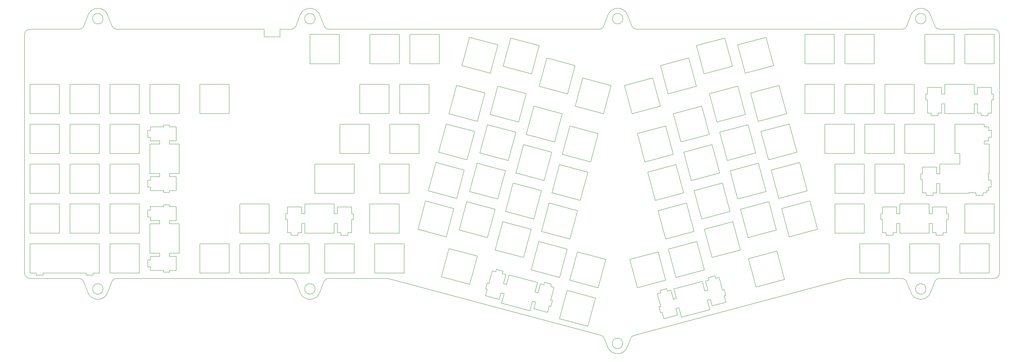
<source format=gbr>
%TF.GenerationSoftware,KiCad,Pcbnew,(5.1.10)-1*%
%TF.CreationDate,2021-06-29T19:18:25-07:00*%
%TF.ProjectId,HSC_Alice_plate,4853435f-416c-4696-9365-5f706c617465,rev?*%
%TF.SameCoordinates,Original*%
%TF.FileFunction,Profile,NP*%
%FSLAX46Y46*%
G04 Gerber Fmt 4.6, Leading zero omitted, Abs format (unit mm)*
G04 Created by KiCad (PCBNEW (5.1.10)-1) date 2021-06-29 19:18:25*
%MOMM*%
%LPD*%
G01*
G04 APERTURE LIST*
%TA.AperFunction,Profile*%
%ADD10C,0.200000*%
%TD*%
G04 APERTURE END LIST*
D10*
X375474599Y-105079800D02*
X375474599Y-104622600D01*
X199900862Y-172927359D02*
X98571600Y-145754800D01*
X212589041Y-178403575D02*
X214028750Y-174546550D01*
X156229624Y-144067325D02*
X169752157Y-147691040D01*
X361438241Y-26628339D02*
X387386614Y-26623700D01*
X-48851787Y-145754800D02*
G75*
G02*
X-46527893Y-147333109I0J-2500000D01*
G01*
X67870467Y-147380547D02*
G75*
G02*
X70212620Y-145754800I2342153J-874253D01*
G01*
X203241074Y-19961673D02*
X201359445Y-25002618D01*
X317373600Y-145754800D02*
X343325087Y-145754800D01*
X357096125Y-152413951D02*
X358974939Y-147380546D01*
X354880099Y-21623492D02*
G75*
G03*
X354880099Y-21623492I-2500000J0D01*
G01*
X-35078437Y-152419782D02*
X-33197446Y-147380546D01*
X47049621Y-26628365D02*
X52334283Y-26628365D01*
X347664074Y-19962423D02*
X345782725Y-25002618D01*
X212673484Y-19962694D02*
X214691207Y-25050056D01*
X358974939Y-147380547D02*
G75*
G02*
X361317092Y-145754800I2342153J-874253D01*
G01*
X361438241Y-26628339D02*
G75*
G02*
X359113899Y-25050030I-447J2500000D01*
G01*
X39483620Y-26628469D02*
X-30738833Y-26628469D01*
X56557065Y-152418761D02*
X54540021Y-147333109D01*
X203241074Y-19961673D02*
G75*
G02*
X212673484Y-19962694I4716025J-1664983D01*
G01*
X-72203435Y-26630000D02*
X-48732608Y-26630000D01*
X347663714Y-152412930D02*
X345648982Y-147333109D01*
X357096484Y-19963443D02*
X359113899Y-25050030D01*
X347664074Y-19962422D02*
G75*
G02*
X357096484Y-19963443I4716025J-1664983D01*
G01*
X343325087Y-145754800D02*
G75*
G02*
X345648982Y-147333109I0J-2500000D01*
G01*
X65989476Y-152419784D02*
G75*
G02*
X56557065Y-152418761I-4716025J1664984D01*
G01*
X65988203Y-19968781D02*
X68003512Y-25050056D01*
X-35078437Y-152419784D02*
G75*
G02*
X-44510848Y-152418761I-4716025J1664984D01*
G01*
X54676436Y-25002618D02*
G75*
G02*
X52334283Y-26628365I-2342153J874253D01*
G01*
X203156631Y-178402554D02*
X201577232Y-174420355D01*
X345782725Y-25002618D02*
G75*
G02*
X343440572Y-26628365I-2342153J874253D01*
G01*
X212589041Y-178403575D02*
G75*
G02*
X203156631Y-178402554I-4716025J1664983D01*
G01*
X-35078077Y-19968781D02*
X-33062727Y-25050160D01*
X387386600Y-145754800D02*
X361317092Y-145754800D01*
X56555793Y-19967760D02*
X54676436Y-25002618D01*
X217015101Y-26628365D02*
G75*
G02*
X214691207Y-25050056I0J2500000D01*
G01*
X210373016Y-176738592D02*
G75*
G03*
X210373016Y-176738592I-2500000J0D01*
G01*
X201359445Y-25002618D02*
G75*
G02*
X199017292Y-26628365I-2342153J874253D01*
G01*
X56555793Y-19967760D02*
G75*
G02*
X65988203Y-19968781I4716025J-1664983D01*
G01*
X-44510848Y-152418761D02*
X-46527893Y-147333109D01*
X-33197446Y-147380547D02*
G75*
G02*
X-30855293Y-145754800I2342153J-874253D01*
G01*
X52216126Y-145754800D02*
G75*
G02*
X54540021Y-147333109I0J-2500000D01*
G01*
X199900862Y-172927359D02*
G75*
G02*
X201577232Y-174420355I-647525J-2414687D01*
G01*
X70327406Y-26628365D02*
G75*
G02*
X68003512Y-25050056I0J2500000D01*
G01*
X354880100Y-150748968D02*
G75*
G03*
X354880100Y-150748968I-2500000J0D01*
G01*
X214028750Y-174546550D02*
G75*
G02*
X215723540Y-173006073I2342153J-874253D01*
G01*
X-44510488Y-19967760D02*
X-46390454Y-25004253D01*
X357096125Y-152413951D02*
G75*
G02*
X347663714Y-152412930I-4716025J1664983D01*
G01*
X-44510487Y-19967760D02*
G75*
G02*
X-35078077Y-19968781I4716025J-1664983D01*
G01*
X65989476Y-152419782D02*
X67870467Y-147380546D01*
X-46390455Y-25004253D02*
G75*
G02*
X-48732608Y-26630000I-2342153J874253D01*
G01*
X-30738833Y-26628469D02*
G75*
G02*
X-33062727Y-25050160I0J2500000D01*
G01*
X70327406Y-26628365D02*
X199017292Y-26628365D01*
X217015101Y-26628365D02*
X343440572Y-26628365D01*
X76089750Y-125099549D02*
X79390249Y-125099549D01*
X58840950Y-114830549D02*
X57315550Y-114830549D01*
X55590150Y-123900849D02*
X57315550Y-123900849D01*
X74366050Y-111600549D02*
X74366050Y-114830549D01*
X210457099Y-21622742D02*
G75*
G03*
X210457099Y-21622742I-2500000J0D01*
G01*
X63771818Y-21628829D02*
G75*
G03*
X63771818Y-21628829I-2500000J0D01*
G01*
X-37294462Y-21628829D02*
G75*
G03*
X-37294462Y-21628829I-2500000J0D01*
G01*
X58840950Y-119430449D02*
X58840950Y-124129449D01*
X389886600Y-143254800D02*
G75*
G02*
X387386600Y-145754800I-2500000J0D01*
G01*
X-30855293Y-145754800D02*
X52216126Y-145754800D01*
X385979211Y-78308806D02*
X385989893Y-75008323D01*
X-72203400Y-145754800D02*
X-48851787Y-145754800D01*
X79390250Y-123900849D02*
X81115349Y-123900849D01*
X49740350Y-114830549D02*
X49740349Y-117630550D01*
X72840250Y-110130149D02*
X58840600Y-110129799D01*
X383749349Y-103808400D02*
X384697913Y-103828693D01*
X52289550Y-125099549D02*
X55590150Y-125099549D01*
X385989893Y-75008323D02*
X384791199Y-75004444D01*
X-72203400Y-145754800D02*
G75*
G02*
X-74703400Y-143254800I0J2500000D01*
G01*
X72840250Y-124129449D02*
X72840250Y-119430450D01*
X72840250Y-119430450D02*
X74366050Y-119430450D01*
X57315550Y-114830549D02*
X57315550Y-111600549D01*
X72840250Y-114830549D02*
X72840250Y-110130150D01*
X50565850Y-114830549D02*
X49740350Y-114830549D01*
X375474599Y-104622600D02*
X376997461Y-104629276D01*
X-37294462Y-150754800D02*
G75*
G03*
X-37294462Y-150754800I-2500000J0D01*
G01*
X384703491Y-102105002D02*
X385902185Y-102108881D01*
X384697913Y-103828693D02*
X384703491Y-102105002D01*
X81939450Y-117630550D02*
X81939450Y-114830549D01*
X58840950Y-110130150D02*
X58840950Y-114830549D01*
X384791199Y-75004444D02*
X384796757Y-73287099D01*
X79390249Y-125099549D02*
X79390250Y-123900849D01*
X74366050Y-119430450D02*
X74366050Y-123900849D01*
X384780517Y-78304927D02*
X385979211Y-78308806D01*
X384719757Y-97079028D02*
X384569249Y-97078541D01*
X385912867Y-98808299D02*
X384714173Y-98804419D01*
X57315550Y-123900849D02*
X57315550Y-119430450D01*
X385902185Y-102108881D02*
X385912867Y-98808299D01*
X81115350Y-114830549D02*
X81115349Y-111600549D01*
X72840250Y-124129449D02*
X58840650Y-124129449D01*
X81939450Y-114830549D02*
X81115350Y-114830549D01*
X81115349Y-117630550D02*
X81939450Y-117630550D01*
X63773451Y-150754800D02*
G75*
G03*
X63773451Y-150754800I-2500000J0D01*
G01*
X55590150Y-125099549D02*
X55590150Y-123900849D01*
X50565849Y-111600549D02*
X50565850Y-114830549D01*
X74366050Y-114830549D02*
X72840250Y-114830549D01*
X74366050Y-123900849D02*
X76089750Y-123900849D01*
X387386615Y-26623700D02*
G75*
G02*
X389886600Y-29123700I-15J-2500000D01*
G01*
X-74703400Y-29130001D02*
G75*
G02*
X-72203435Y-26630000I2500000J1D01*
G01*
X98571600Y-145754800D02*
X70212620Y-145754800D01*
X384774939Y-80028618D02*
X384780517Y-78304927D01*
X81115349Y-111600549D02*
X74366050Y-111600549D01*
X384998600Y-81555150D02*
X382618600Y-81555150D01*
X384714173Y-98804419D02*
X384719757Y-97079028D01*
X57315550Y-119430450D02*
X58840950Y-119430449D01*
X57315550Y-111600549D02*
X50565849Y-111600549D01*
X81115349Y-123900849D02*
X81115349Y-117630550D01*
X52289550Y-123900849D02*
X52289550Y-125099549D01*
X76089750Y-123900849D02*
X76089750Y-125099549D01*
X317373600Y-145754800D02*
X215723540Y-173006073D01*
X49740349Y-117630550D02*
X50565849Y-117630550D01*
X50565849Y-117630550D02*
X50565849Y-123900849D01*
X50565849Y-123900849D02*
X52289550Y-123900849D01*
X361474949Y-95780550D02*
X359949549Y-95780550D01*
X384569249Y-97078541D02*
X384573449Y-95554800D01*
X379382199Y-57681049D02*
X377856399Y-57681049D01*
X379382199Y-66751349D02*
X381105899Y-66751350D01*
X377856399Y-62280950D02*
X379382199Y-62280950D01*
X377856749Y-52980300D02*
X363856749Y-52980300D01*
X386131499Y-60481050D02*
X386955599Y-60481050D01*
X378723749Y-106049549D02*
X382024249Y-106049550D01*
X386131499Y-57681049D02*
X386131499Y-54451050D01*
X386955599Y-57681049D02*
X386131499Y-57681049D01*
X386955599Y-60481050D02*
X386955599Y-57681049D01*
X384406399Y-66751350D02*
X386131499Y-66751349D01*
X363857099Y-62280950D02*
X363857099Y-66979949D01*
X360606299Y-66751350D02*
X362331699Y-66751350D01*
X357305699Y-67950050D02*
X360606299Y-67950050D01*
X354756499Y-60481050D02*
X355581999Y-60481050D01*
X359949549Y-95780550D02*
X359949549Y-92550550D01*
X353199849Y-95780550D02*
X352374349Y-95780550D01*
X379382199Y-54451050D02*
X379382199Y-57681049D01*
X353199849Y-92550550D02*
X353199849Y-95780550D01*
X362331699Y-62280950D02*
X363857099Y-62280950D01*
X357305699Y-66751350D02*
X357305699Y-67950050D01*
X378723749Y-104850850D02*
X378723749Y-106049549D01*
X381105899Y-66751350D02*
X381105899Y-67950049D01*
X377856399Y-57681049D02*
X377856400Y-52980650D01*
X384573449Y-95554800D02*
X385000200Y-95554450D01*
X382024249Y-106049550D02*
X382024249Y-104850850D01*
X362331699Y-66751350D02*
X362331699Y-62280950D01*
X389886600Y-29123700D02*
X389886600Y-143254800D01*
X382618600Y-72029800D02*
X382618600Y-73280050D01*
X-74703400Y-143254800D02*
X-74703400Y-29130000D01*
X386131499Y-66751349D02*
X386131499Y-60481050D01*
X379382199Y-62280950D02*
X379382199Y-66751349D01*
X377856400Y-66979949D02*
X377856399Y-62280950D01*
X354756499Y-57681049D02*
X354756499Y-60481050D01*
X355581999Y-57681049D02*
X354756499Y-57681049D01*
X355581999Y-54451050D02*
X355581999Y-57681049D01*
X384796757Y-73287099D02*
X382618600Y-73280050D01*
X361474949Y-91080150D02*
X361474949Y-95780550D01*
X382024249Y-104850850D02*
X383749349Y-104850850D01*
X363857099Y-52980650D02*
X363857099Y-57681049D01*
X381105899Y-67950049D02*
X384406399Y-67950050D01*
X360606299Y-67950050D02*
X360606299Y-66751350D01*
X382618600Y-80029750D02*
X384774939Y-80028618D01*
X352374349Y-95780550D02*
X352374349Y-98580550D01*
X359949549Y-92550550D02*
X353199849Y-92550550D01*
X362331699Y-54451050D02*
X355581999Y-54451050D01*
X355581999Y-66751350D02*
X357305699Y-66751350D01*
X355581999Y-60481050D02*
X355581999Y-66751350D01*
X362331699Y-57681049D02*
X362331699Y-54451050D01*
X363857099Y-57681049D02*
X362331699Y-57681049D01*
X386131499Y-54451050D02*
X379382199Y-54451050D01*
X384406399Y-67950050D02*
X384406399Y-66751350D01*
X383749349Y-104850850D02*
X383749349Y-103808400D01*
X334149849Y-117630550D02*
X334149849Y-123900850D01*
X237142815Y-159745517D02*
X238352076Y-164287702D01*
X229977228Y-164995712D02*
X236499348Y-163259334D01*
X356424250Y-110130150D02*
X342424949Y-110130150D01*
X228349892Y-162086447D02*
X229146253Y-161874433D01*
X339174149Y-125099549D02*
X339174149Y-123900849D01*
X335873549Y-123900849D02*
X335873549Y-125099550D01*
X340899549Y-123900850D02*
X340899549Y-119430450D01*
X252975931Y-158872791D02*
X259498437Y-157136311D01*
X251880162Y-160686134D02*
X250670900Y-156143948D01*
X357950049Y-123900849D02*
X359673749Y-123900850D01*
X258667462Y-154015032D02*
X259465176Y-153802657D01*
X334149849Y-111600550D02*
X334149849Y-114830549D01*
X365523449Y-117630550D02*
X365523449Y-114830549D01*
X250670900Y-156143948D02*
X252144956Y-155751512D01*
X377000049Y-104850850D02*
X378723749Y-104850850D01*
X376997461Y-104629276D02*
X377000049Y-104850850D01*
X356424250Y-124129449D02*
X356424249Y-119430450D01*
X259465176Y-153802657D02*
X258744826Y-151096905D01*
X361474949Y-100380450D02*
X361474950Y-105079450D01*
X357950049Y-119430450D02*
X357950049Y-123900849D01*
X359949549Y-100380450D02*
X361474949Y-100380450D01*
X356424249Y-114830549D02*
X356424250Y-110130150D01*
X252144956Y-155751512D02*
X252975931Y-158872791D01*
X229146253Y-161874433D02*
X229977228Y-164995712D01*
X358224149Y-106049550D02*
X358224149Y-104850850D01*
X235668373Y-160138056D02*
X237142815Y-159745517D01*
X359949549Y-104850850D02*
X359949549Y-100380450D01*
X358224149Y-104850850D02*
X359949549Y-104850850D01*
X354923549Y-106049550D02*
X358224149Y-106049550D01*
X356424250Y-124129449D02*
X342424649Y-124129449D01*
X234750508Y-150759616D02*
X248278593Y-147158048D01*
X354923549Y-104850850D02*
X354923549Y-106049550D01*
X340899549Y-111600550D02*
X334149849Y-111600550D01*
X353199849Y-104850850D02*
X354923549Y-104850850D01*
X353199849Y-98580550D02*
X353199849Y-104850850D01*
X359673749Y-125099549D02*
X362974249Y-125099549D01*
X362974249Y-123900849D02*
X364699349Y-123900849D01*
X364699349Y-123900849D02*
X364699349Y-117630550D01*
X364699349Y-111600550D02*
X357950049Y-111600549D01*
X357950049Y-114830549D02*
X356424249Y-114830549D01*
X357950049Y-111600549D02*
X357950049Y-114830549D01*
X340899549Y-119430450D02*
X342424949Y-119430450D01*
X352374349Y-98580550D02*
X353199849Y-98580550D01*
X333324350Y-114830549D02*
X333324349Y-117630550D01*
X334149849Y-114830549D02*
X333324350Y-114830549D01*
X342424949Y-110130150D02*
X342424949Y-114830549D01*
X238352076Y-164287702D02*
X251880162Y-160686134D01*
X236499348Y-163259334D02*
X235668373Y-160138056D01*
X364699349Y-117630550D02*
X365523449Y-117630550D01*
X340899549Y-114830549D02*
X340899549Y-111600550D01*
X259498437Y-157136311D02*
X258667462Y-154015032D01*
X362974249Y-125099549D02*
X362974249Y-123900849D01*
X365523449Y-114830549D02*
X364699349Y-114830549D01*
X359673749Y-123900850D02*
X359673749Y-125099549D01*
X364699349Y-114830549D02*
X364699349Y-111600550D01*
X333324349Y-117630550D02*
X334149849Y-117630550D01*
X342424949Y-114830549D02*
X340899549Y-114830549D01*
X356424249Y-119430450D02*
X357950049Y-119430450D01*
X335873549Y-125099550D02*
X339174149Y-125099549D01*
X342424949Y-119430450D02*
X342424950Y-124129449D01*
X339174149Y-123900849D02*
X340899549Y-123900850D01*
X334149849Y-123900850D02*
X335873549Y-123900849D01*
X155013681Y-148606640D02*
X153539872Y-148211733D01*
X153539872Y-148211733D02*
X154696896Y-143893659D01*
X176021158Y-149607477D02*
X176331404Y-148449622D01*
X254359899Y-144535137D02*
X251170397Y-145384275D01*
X177686124Y-150053604D02*
X176021158Y-149607477D01*
X153342176Y-142289677D02*
X150154138Y-141435445D01*
X154696896Y-143893659D02*
X153031930Y-143447532D01*
X227629543Y-159380695D02*
X228349892Y-162086447D01*
X172833023Y-148753219D02*
X171166415Y-148306653D01*
X149843892Y-142593300D02*
X148177573Y-142146811D01*
X228425903Y-159168680D02*
X227629543Y-159380695D01*
X144994021Y-154027989D02*
X151513344Y-155774836D01*
X226812758Y-153109438D02*
X228425903Y-159168680D01*
X249487495Y-151698880D02*
X248278593Y-147158048D01*
X174502572Y-161934781D02*
X175338558Y-158814841D01*
X-45354100Y-144150350D02*
X-42053600Y-144150350D01*
X145758680Y-147990163D02*
X145033987Y-150694756D01*
X-65853700Y-144150350D02*
X-65853700Y-143179800D01*
X228479791Y-152665625D02*
X226812758Y-153109438D01*
X228171404Y-151507273D02*
X228479791Y-152665625D01*
X145830007Y-150908048D02*
X144994021Y-154027989D01*
X254668286Y-145693489D02*
X254359899Y-144535137D01*
X171166415Y-148306653D02*
X170009390Y-152624728D01*
X170009390Y-152624728D02*
X168535967Y-152229925D01*
X231360810Y-150658161D02*
X228171404Y-151507273D01*
X231669197Y-151816513D02*
X231360810Y-150658161D01*
X233334877Y-151373061D02*
X231669197Y-151816513D01*
X234484967Y-155692988D02*
X233334877Y-151373061D01*
X235959409Y-155300448D02*
X234484967Y-155692988D01*
X234750508Y-150759616D02*
X235959409Y-155300448D01*
X250961550Y-151306444D02*
X249487495Y-151698880D01*
X258744826Y-151096905D02*
X257947112Y-151309279D01*
X168818848Y-157067890D02*
X167982863Y-160187830D01*
X167345763Y-156673178D02*
X168818848Y-157067890D01*
X168535967Y-152229925D02*
X169752157Y-147691040D01*
X-45354100Y-143179800D02*
X-45354100Y-144150350D01*
X-5679151Y-110554550D02*
X-8479151Y-110554550D01*
X152349330Y-152654896D02*
X153823139Y-153049802D01*
X176860623Y-156323904D02*
X176063251Y-156110248D01*
X-69154300Y-144150350D02*
X-65853700Y-144150350D01*
X176331404Y-148449622D02*
X173143269Y-147595364D01*
X256333966Y-145250037D02*
X254668286Y-145693489D01*
X257947112Y-151309279D02*
X256333966Y-145250037D01*
X148177573Y-142146811D02*
X146554700Y-148203456D01*
X152606586Y-157590040D02*
X166129119Y-161213754D01*
X-69154300Y-143179800D02*
X-69154300Y-144150350D01*
X-39078400Y-129179800D02*
X-72128401Y-129179800D01*
X249811460Y-146986517D02*
X250961550Y-151306444D01*
X-42053600Y-144150350D02*
X-42053600Y-143179800D01*
X251170397Y-145384275D02*
X251478783Y-146542627D01*
X167982863Y-160187830D02*
X174502572Y-161934781D01*
X176135929Y-159028496D02*
X176860623Y-156323904D01*
X153823139Y-153049802D02*
X152606586Y-157590040D01*
X-14978051Y-133654450D02*
X-14978051Y-119654850D01*
X175338558Y-158814841D02*
X176135929Y-159028496D01*
X151513344Y-155774836D02*
X152349330Y-152654896D01*
X176063251Y-156110248D02*
X177686124Y-150053604D01*
X251478783Y-146542627D02*
X249811460Y-146986517D01*
X173143269Y-147595364D02*
X172833023Y-148753219D01*
X153031930Y-143447532D02*
X153342176Y-142289677D01*
X145033987Y-150694756D02*
X145830007Y-150908048D01*
X146554700Y-148203456D02*
X145758680Y-147990163D01*
X150154138Y-141435445D02*
X149843892Y-142593300D01*
X41884600Y-129179800D02*
X27884600Y-129179800D01*
X27884600Y-143179800D02*
X41884600Y-143179800D01*
X22834600Y-143179800D02*
X22834600Y-129179800D01*
X-34028400Y-129179800D02*
X-34028400Y-143179800D01*
X8834600Y-129179800D02*
X8834600Y-143179800D01*
X22834600Y-129179800D02*
X8834600Y-129179800D01*
X-58128401Y-110129800D02*
X-72128401Y-110129800D01*
X8834600Y-143179800D02*
X22834600Y-143179800D01*
X-72128401Y-124129800D02*
X-58128401Y-124129800D01*
X-20028400Y-143179800D02*
X-20028400Y-129179800D01*
X-20028400Y-129179800D02*
X-34028400Y-129179800D01*
X-72128401Y-143179800D02*
X-69154300Y-143179800D01*
X-34028400Y-143179800D02*
X-20028400Y-143179800D01*
X-72128401Y-110129800D02*
X-72128401Y-124129800D01*
X-39078400Y-143179800D02*
X-39078400Y-129179800D01*
X-42053600Y-143179800D02*
X-39078400Y-143179800D01*
X-65853700Y-143179800D02*
X-45354100Y-143179800D01*
X-72128401Y-129179800D02*
X-72128401Y-143179800D01*
X-58128401Y-124129800D02*
X-58128401Y-110129800D01*
X-53078400Y-52979500D02*
X-53078400Y-66979499D01*
X-34028400Y-86029800D02*
X-20028400Y-86029800D01*
X8834600Y-52979500D02*
X8834600Y-66979499D01*
X-58128401Y-66979499D02*
X-58128400Y-52979499D01*
X-978400Y-66979499D02*
X-978400Y-52979500D01*
X-39078400Y-124129800D02*
X-39078400Y-110129800D01*
X-53078400Y-110129800D02*
X-53078400Y-124129800D01*
X-39078400Y-110129800D02*
X-53078400Y-110129800D01*
X-53078400Y-124129800D02*
X-39078400Y-124129800D01*
X-39078400Y-86029800D02*
X-39078400Y-72029800D01*
X-53078400Y-105079800D02*
X-39078400Y-105079800D01*
X-58128401Y-72029800D02*
X-72128401Y-72029800D01*
X-72128401Y-86029800D02*
X-58128401Y-86029800D01*
X-34028400Y-66979499D02*
X-20028400Y-66979499D01*
X39490599Y-30211100D02*
X39484599Y-30192199D01*
X-20028400Y-124129800D02*
X-20028400Y-110129800D01*
X-34028400Y-124129800D02*
X-20028400Y-124129800D01*
X-34028400Y-91079800D02*
X-34028400Y-105079800D01*
X-20028400Y-91079800D02*
X-34028400Y-91079800D01*
X-34028400Y-105079800D02*
X-20028400Y-105079800D01*
X-39078400Y-105079800D02*
X-39078400Y-91079800D01*
X-53078400Y-91079800D02*
X-53078400Y-105079800D01*
X-58128401Y-105079800D02*
X-58128401Y-91079800D01*
X-72128400Y-52979499D02*
X-72128401Y-66979499D01*
X-20028400Y-72029800D02*
X-34028400Y-72029800D01*
X22834600Y-52979500D02*
X8834600Y-52979500D01*
X-53078400Y-86029800D02*
X-39078400Y-86029800D01*
X-72128401Y-91079800D02*
X-72128401Y-105079800D01*
X-58128401Y-91079800D02*
X-72128401Y-91079800D01*
X-58128401Y-86029800D02*
X-58128401Y-72029800D01*
X-53078400Y-72029800D02*
X-53078400Y-86029800D01*
X-20028400Y-66979499D02*
X-20028400Y-52979500D01*
X22834600Y-66979499D02*
X22834600Y-52979500D01*
X-978400Y-52979500D02*
X-14978401Y-52979500D01*
X-39078400Y-66979499D02*
X-39078400Y-52979500D01*
X39483599Y-30167700D02*
X39483620Y-26628469D01*
X-72128401Y-66979499D02*
X-58128401Y-66979499D01*
X-58128400Y-52979499D02*
X-72128400Y-52979499D01*
X-14978401Y-66979499D02*
X-978400Y-66979499D01*
X-34028400Y-52979500D02*
X-34028400Y-66979499D01*
X-20028400Y-86029800D02*
X-20028400Y-72029800D01*
X8834600Y-66979499D02*
X22834600Y-66979499D01*
X-53078400Y-66979499D02*
X-39078400Y-66979499D01*
X39499599Y-30228400D02*
X39490599Y-30211100D01*
X-39078400Y-91079800D02*
X-53078400Y-91079800D01*
X-72128401Y-105079800D02*
X-58128401Y-105079800D01*
X-72128401Y-72029800D02*
X-72128401Y-86029800D01*
X-14978401Y-52979500D02*
X-14978401Y-66979499D01*
X39484599Y-30192199D02*
X39482600Y-30172600D01*
X39482600Y-30172600D02*
X39483599Y-30167700D01*
X-34028400Y-110129800D02*
X-34028400Y-124129800D01*
X-20028400Y-110129800D02*
X-34028400Y-110129800D01*
X-20028400Y-105079800D02*
X-20028400Y-91079800D01*
X-39078400Y-72029800D02*
X-53078400Y-72029800D01*
X-34028400Y-72029800D02*
X-34028400Y-86029800D01*
X-20028400Y-52979500D02*
X-34028400Y-52979500D01*
X-39078400Y-52979500D02*
X-53078400Y-52979500D01*
X47047599Y-30192199D02*
X47041600Y-30211100D01*
X47004600Y-30256100D02*
X46987600Y-30265399D01*
X39583599Y-30273100D02*
X39578599Y-30272600D01*
X39588599Y-30272600D02*
X39583599Y-30273100D01*
X46949600Y-30273100D02*
X46944600Y-30272600D01*
X39512600Y-30243700D02*
X39499599Y-30228400D01*
X39527600Y-30256100D02*
X39512600Y-30243700D01*
X39544599Y-30265399D02*
X39527600Y-30256100D01*
X39563599Y-30271200D02*
X39544599Y-30265399D01*
X39578599Y-30272600D02*
X39563599Y-30271200D01*
X46944600Y-30272600D02*
X39588599Y-30272600D01*
X46968600Y-30271200D02*
X46949600Y-30273100D01*
X46987600Y-30265399D02*
X46968600Y-30271200D01*
X47020599Y-30243700D02*
X47004600Y-30256100D01*
X47032600Y-30228400D02*
X47020599Y-30243700D01*
X47041600Y-30211100D02*
X47032600Y-30228400D01*
X47049600Y-30172600D02*
X47047599Y-30192199D01*
X47049621Y-26628365D02*
X47049600Y-30172600D01*
X-14749450Y-102104450D02*
X-14749450Y-103829550D01*
X-14978051Y-133654450D02*
X-10279051Y-133654450D01*
X-14749450Y-103829550D02*
X-8479151Y-103829550D01*
X-10279051Y-118129750D02*
X-10279051Y-119655150D01*
X-2449150Y-73280050D02*
X-5679151Y-73280050D01*
X-8479151Y-103829550D02*
X-8479151Y-104653650D01*
X-5679151Y-104653650D02*
X-5679151Y-103829550D01*
X-14749450Y-141929550D02*
X-8479151Y-141929550D01*
X-14749450Y-140204450D02*
X-14749450Y-141929550D01*
X-5679151Y-142753650D02*
X-5679151Y-141929550D01*
X-14749450Y-136903950D02*
X-15948151Y-136903950D01*
X-14749450Y-113103750D02*
X-15948151Y-113103750D01*
X-8479151Y-141929550D02*
X-8479151Y-142753650D01*
X-14749450Y-116404350D02*
X-14749450Y-118129750D01*
X-15948151Y-116404350D02*
X-14749450Y-116404350D01*
X-8479151Y-111380050D02*
X-14749450Y-111380050D01*
X-5679151Y-73280050D02*
X-5679151Y-72454550D01*
X-978750Y-81555150D02*
X-5679151Y-81555150D01*
X-2449150Y-97080250D02*
X-5679151Y-97080250D01*
X-2449150Y-103829550D02*
X-2449150Y-97080250D01*
X-14749450Y-97080250D02*
X-14749450Y-98803950D01*
X-14749450Y-98803950D02*
X-15948151Y-98803950D01*
X-8479151Y-110554550D02*
X-8479151Y-111380050D01*
X-10279051Y-133654450D02*
X-10279051Y-135180250D01*
X-5679151Y-111380050D02*
X-5679151Y-110554550D01*
X-5679151Y-119655150D02*
X-5679151Y-118129750D01*
X-978750Y-95554450D02*
X-978750Y-81555150D01*
X-15948151Y-113103750D02*
X-15948151Y-116404350D01*
X-5679151Y-135180250D02*
X-5679151Y-133654450D01*
X-15948151Y-136903950D02*
X-15948151Y-140204450D01*
X-5679151Y-95554450D02*
X-978750Y-95554450D01*
X-15948151Y-98803950D02*
X-15948151Y-102104450D01*
X-2449150Y-111380050D02*
X-5679151Y-111380050D01*
X-2449150Y-118129750D02*
X-2449150Y-111380050D01*
X-5679151Y-118129750D02*
X-2449150Y-118129750D01*
X-978750Y-119655150D02*
X-5679151Y-119655150D01*
X-10279051Y-119655150D02*
X-14978051Y-119655150D01*
X-14749450Y-118129750D02*
X-10279051Y-118129750D01*
X-978750Y-133654450D02*
X-978750Y-119655150D01*
X-5679151Y-133654450D02*
X-978750Y-133654450D01*
X-2449150Y-135180250D02*
X-5679151Y-135180250D01*
X-2449150Y-141929550D02*
X-2449150Y-135180250D01*
X-8479151Y-142753650D02*
X-5679151Y-142753650D01*
X-5679151Y-80029750D02*
X-2449150Y-80029750D01*
X-10279051Y-135180250D02*
X-14749450Y-135180250D01*
X-14749450Y-111380050D02*
X-14749450Y-113103750D01*
X-5679151Y-81555150D02*
X-5679151Y-80029750D01*
X-5679151Y-97080250D02*
X-5679151Y-95554450D01*
X-5679151Y-103829550D02*
X-2449150Y-103829550D01*
X-14978051Y-95554450D02*
X-14978051Y-81554850D01*
X-5679151Y-72454550D02*
X-8479151Y-72454550D01*
X-15948151Y-102104450D02*
X-14749450Y-102104450D01*
X-5679151Y-141929550D02*
X-2449150Y-141929550D01*
X-14749450Y-135180250D02*
X-14749450Y-136903950D01*
X-8479151Y-104653650D02*
X-5679151Y-104653650D01*
X-15948151Y-140204450D02*
X-14749450Y-140204450D01*
X-2449150Y-80029750D02*
X-2449150Y-73280050D01*
X256589100Y-75892694D02*
X260212566Y-89415655D01*
X281153100Y-93963694D02*
X284776566Y-107486655D01*
X230858528Y-146586189D02*
X227235061Y-133063227D01*
X217335566Y-150209655D02*
X230858528Y-146586189D01*
X245636061Y-128133227D02*
X232113100Y-131756694D01*
X273936566Y-149835655D02*
X287459528Y-146212189D01*
X257874061Y-100201227D02*
X244351100Y-103824694D01*
X-10279051Y-97080250D02*
X-14749450Y-97080250D01*
X-14749450Y-75003750D02*
X-15948151Y-75003750D01*
X261497528Y-113724189D02*
X257874061Y-100201227D01*
X-8479151Y-73280050D02*
X-14749450Y-73280050D01*
X261519100Y-94293694D02*
X265142566Y-107816655D01*
X222252100Y-94954694D02*
X225875566Y-108477655D01*
X232113100Y-131756694D02*
X235736566Y-145279655D01*
X283836061Y-132689227D02*
X270313100Y-136312694D01*
X287459528Y-146212189D02*
X283836061Y-132689227D01*
X266450100Y-112694694D02*
X270073566Y-126217655D01*
X227235061Y-133063227D02*
X213712100Y-136686694D01*
X275042061Y-90670227D02*
X261519100Y-94293694D01*
X278665528Y-104193189D02*
X275042061Y-90670227D01*
X240705061Y-109732227D02*
X227182100Y-113355694D01*
X239398528Y-104854189D02*
X235775061Y-91331227D01*
X-10279051Y-95554450D02*
X-10279051Y-97080250D01*
X-14978051Y-95554450D02*
X-10279051Y-95554450D01*
X-10279051Y-81555150D02*
X-14978051Y-81555150D01*
X-10279051Y-80029750D02*
X-10279051Y-81555150D01*
X244328528Y-123255189D02*
X240705061Y-109732227D01*
X227182100Y-113355694D02*
X230805566Y-126878655D01*
X262804061Y-118602227D02*
X249281100Y-122225694D01*
X213712100Y-136686694D02*
X217335566Y-150209655D01*
X-14749450Y-78304350D02*
X-14749450Y-80029750D01*
X-15948151Y-78304350D02*
X-14749450Y-78304350D01*
X-14749450Y-73280050D02*
X-14749450Y-75003750D01*
X230805566Y-126878655D02*
X244328528Y-123255189D01*
X279973061Y-109071227D02*
X266450100Y-112694694D01*
X-8479151Y-72454550D02*
X-8479151Y-73280050D01*
X270313100Y-136312694D02*
X273936566Y-149835655D01*
X256566528Y-95323189D02*
X252943061Y-81800227D01*
X243043566Y-98946655D02*
X256566528Y-95323189D01*
X270112061Y-72269227D02*
X256589100Y-75892694D01*
X286083100Y-112364694D02*
X289706566Y-125887655D01*
X244351100Y-103824694D02*
X247974566Y-117347655D01*
X283596528Y-122594189D02*
X279973061Y-109071227D01*
X235775061Y-91331227D02*
X222252100Y-94954694D01*
X249259528Y-141656189D02*
X245636061Y-128133227D01*
X266427528Y-132125189D02*
X262804061Y-118602227D01*
X270073566Y-126217655D02*
X283596528Y-122594189D01*
X-15948151Y-75003750D02*
X-15948151Y-78304350D01*
X-14749450Y-80029750D02*
X-10279051Y-80029750D01*
X249281100Y-122225694D02*
X252904566Y-135748655D01*
X252904566Y-135748655D02*
X266427528Y-132125189D01*
X303229528Y-122264189D02*
X299606061Y-108741227D01*
X299606061Y-108741227D02*
X286083100Y-112364694D01*
X247974566Y-117347655D02*
X261497528Y-113724189D01*
X289706566Y-125887655D02*
X303229528Y-122264189D01*
X298299528Y-103863189D02*
X294676061Y-90340227D01*
X265142566Y-107816655D02*
X278665528Y-104193189D01*
X235736566Y-145279655D02*
X249259528Y-141656189D01*
X294676061Y-90340227D02*
X281153100Y-93963694D01*
X284776566Y-107486655D02*
X298299528Y-103863189D01*
X225875566Y-108477655D02*
X239398528Y-104854189D01*
X239420100Y-85423694D02*
X243043566Y-98946655D01*
X252943061Y-81800227D02*
X239420100Y-85423694D01*
X198659705Y-150210299D02*
X202283172Y-136687338D01*
X268804528Y-67391789D02*
X265181061Y-53868827D01*
X166129119Y-161213754D02*
X167345763Y-156673178D01*
X279845566Y-89085655D02*
X293368528Y-85462189D01*
X284815061Y-53538527D02*
X271292100Y-57161994D01*
X265181061Y-53868827D02*
X251658100Y-57492294D01*
X251636528Y-76922189D02*
X248013061Y-63399227D01*
X234490100Y-67022694D02*
X238113566Y-80545655D01*
X278651061Y-30537427D02*
X265128100Y-34160894D01*
X248013061Y-63399227D02*
X234490100Y-67022694D01*
X238113566Y-80545655D02*
X251636528Y-76922189D01*
X234467528Y-86453189D02*
X230844061Y-72930227D01*
X231950566Y-57544855D02*
X245473528Y-53921389D01*
X230844061Y-72930227D02*
X217321100Y-76553694D01*
X217321100Y-76553694D02*
X220944566Y-90076655D01*
X180259705Y-145279299D02*
X183883172Y-131756338D01*
X220944566Y-90076655D02*
X234467528Y-86453189D01*
X163090705Y-135748299D02*
X166714172Y-122225338D01*
X185136744Y-146586833D02*
X198659705Y-150210299D01*
X282274528Y-44060389D02*
X278651061Y-30537427D01*
X183830210Y-151463871D02*
X180206744Y-164986833D01*
X180206744Y-164986833D02*
X193729705Y-168610299D01*
X197353172Y-155087338D02*
X183830210Y-151463871D01*
X268751566Y-47683855D02*
X282274528Y-44060389D01*
X245473528Y-53921389D02*
X241850061Y-40398427D01*
X259018061Y-30867727D02*
X245495100Y-34491194D01*
X241850061Y-40398427D02*
X228327100Y-44021894D01*
X123936744Y-144978833D02*
X137459705Y-148602299D01*
X228304528Y-63452089D02*
X224681061Y-49929127D01*
X136023210Y-109071871D02*
X132399744Y-122594833D01*
X188760210Y-133063871D02*
X185136744Y-146586833D01*
X224681061Y-49929127D02*
X211158100Y-53552594D01*
X193729705Y-168610299D02*
X197353172Y-155087338D01*
X137459705Y-148602299D02*
X141083172Y-135079338D01*
X156229624Y-144067325D02*
X155013681Y-148606640D01*
X166736744Y-141655833D02*
X180259705Y-145279299D01*
X132399744Y-122594833D02*
X145922705Y-126218299D01*
X202283172Y-136687338D02*
X188760210Y-133063871D01*
X170360210Y-128132871D02*
X166736744Y-141655833D01*
X153191210Y-118601871D02*
X149567744Y-132124833D01*
X214781566Y-67075555D02*
X228304528Y-63452089D01*
X245495100Y-34491194D02*
X249118566Y-48014155D01*
X262641528Y-44390689D02*
X259018061Y-30867727D01*
X211158100Y-53552594D02*
X214781566Y-67075555D01*
X249118566Y-48014155D02*
X262641528Y-44390689D01*
X166714172Y-122225338D02*
X153191210Y-118601871D01*
X149567744Y-132124833D02*
X163090705Y-135748299D01*
X289745061Y-71939227D02*
X276222100Y-75562694D01*
X273735528Y-85792189D02*
X270112061Y-72269227D01*
X260212566Y-89415655D02*
X273735528Y-85792189D01*
X141083172Y-135079338D02*
X127560210Y-131455871D01*
X149546172Y-112695338D02*
X136023210Y-109071871D01*
X276222100Y-75562694D02*
X279845566Y-89085655D01*
X145922705Y-126218299D02*
X149546172Y-112695338D01*
X127560210Y-131455871D02*
X123936744Y-144978833D01*
X293368528Y-85462189D02*
X289745061Y-71939227D01*
X251658100Y-57492294D02*
X255281566Y-71015255D01*
X288438528Y-67061489D02*
X284815061Y-53538527D01*
X274915566Y-70684955D02*
X288438528Y-67061489D01*
X228327100Y-44021894D02*
X231950566Y-57544855D01*
X183883172Y-131756338D02*
X170360210Y-128132871D01*
X265128100Y-34160894D02*
X268751566Y-47683855D01*
X271292100Y-57161994D02*
X274915566Y-70684955D01*
X255281566Y-71015255D02*
X268804528Y-67391789D01*
X112766744Y-122263833D02*
X126289705Y-125887299D01*
X116390210Y-108740871D02*
X112766744Y-122263833D01*
X121320210Y-90339871D02*
X117696744Y-103862833D01*
X126289705Y-125887299D02*
X129913172Y-112364338D01*
X129913172Y-112364338D02*
X116390210Y-108740871D01*
X184045705Y-57544799D02*
X187669172Y-44021838D01*
X187690744Y-63452133D02*
X201213705Y-67075599D01*
X181527744Y-86452833D02*
X195050705Y-90076299D01*
X154498744Y-113723833D02*
X168021705Y-117347299D01*
X193744172Y-94954338D02*
X180221210Y-91330871D01*
X176597744Y-104853833D02*
X190120705Y-108477299D01*
X122627744Y-85462833D02*
X136150705Y-89086299D01*
X188813172Y-113355338D02*
X175290210Y-109731871D01*
X337374600Y-143179800D02*
X337374600Y-129179800D01*
X145884210Y-72269871D02*
X142260744Y-85792833D01*
X185151210Y-72929871D02*
X181527744Y-86452833D01*
X191314210Y-49929171D02*
X187690744Y-63452133D01*
X156978210Y-30867671D02*
X153354744Y-44390633D01*
X150867172Y-34160838D02*
X137344210Y-30537371D01*
X187669172Y-44021838D02*
X174146210Y-40398371D01*
X170501172Y-34491138D02*
X156978210Y-30867671D01*
X163052210Y-81800871D02*
X159428744Y-95323833D01*
X155783705Y-89416299D02*
X159407172Y-75893338D01*
X136150705Y-89086299D02*
X139774172Y-75563338D01*
X127557744Y-67061433D02*
X141080705Y-70684899D01*
X198674172Y-76553338D02*
X185151210Y-72929871D01*
X147191744Y-67391733D02*
X160714705Y-71015199D01*
X167983210Y-63399871D02*
X164359744Y-76922833D01*
X164359744Y-76922833D02*
X177882705Y-80546299D01*
X147243705Y-47683799D02*
X150867172Y-34160838D01*
X176575172Y-85424338D02*
X163052210Y-81800871D01*
X142260744Y-85792833D02*
X155783705Y-89416299D01*
X180221210Y-91330871D02*
X176597744Y-104853833D01*
X166877705Y-48014099D02*
X170501172Y-34491138D01*
X160714705Y-71015199D02*
X164338172Y-57492238D01*
X159428744Y-95323833D02*
X172951705Y-98947299D01*
X181506172Y-67023338D02*
X167983210Y-63399871D01*
X137344210Y-30537371D02*
X133720744Y-44060333D01*
X134843172Y-93963338D02*
X121320210Y-90339871D01*
X150815210Y-53868771D02*
X147191744Y-67391733D01*
X131219705Y-107486299D02*
X134843172Y-93963338D01*
X175290210Y-109731871D02*
X171666744Y-123254833D01*
X117696744Y-103862833D02*
X131219705Y-107486299D01*
X140954210Y-90670871D02*
X137330744Y-104193833D01*
X154477172Y-94294338D02*
X140954210Y-90670871D01*
X150853705Y-107817299D02*
X154477172Y-94294338D01*
X190120705Y-108477299D02*
X193744172Y-94954338D01*
X172951705Y-98947299D02*
X176575172Y-85424338D01*
X153354744Y-44390633D02*
X166877705Y-48014099D01*
X137330744Y-104193833D02*
X150853705Y-107817299D01*
X170522744Y-53921333D02*
X184045705Y-57544799D01*
X158122210Y-100200871D02*
X154498744Y-113723833D01*
X195050705Y-90076299D02*
X198674172Y-76553338D01*
X131181210Y-53538471D02*
X127557744Y-67061433D01*
X171645172Y-103824338D02*
X158122210Y-100200871D01*
X171666744Y-123254833D02*
X185189705Y-126878299D01*
X159407172Y-75893338D02*
X145884210Y-72269871D01*
X126251210Y-71939871D02*
X122627744Y-85462833D01*
X144704172Y-57161938D02*
X131181210Y-53538471D01*
X164338172Y-57492238D02*
X150815210Y-53868771D01*
X177882705Y-80546299D02*
X181506172Y-67023338D01*
X174146210Y-40398371D02*
X170522744Y-53921333D01*
X139774172Y-75563338D02*
X126251210Y-71939871D01*
X168021705Y-117347299D02*
X171645172Y-103824338D01*
X204837172Y-53552638D02*
X191314210Y-49929171D01*
X185189705Y-126878299D02*
X188813172Y-113355338D01*
X133720744Y-44060333D02*
X147243705Y-47683799D01*
X141080705Y-70684899D02*
X144704172Y-57161938D01*
X201213705Y-67075599D02*
X204837172Y-53552638D01*
X387381599Y-43167000D02*
X387381599Y-29167000D01*
X325756600Y-72029800D02*
X325756600Y-86029800D01*
X363856600Y-66979499D02*
X377856600Y-66979499D01*
X320706600Y-86029800D02*
X320706600Y-72029800D01*
X323374600Y-143179800D02*
X337374600Y-143179800D01*
X335281600Y-52979500D02*
X335281600Y-66979499D01*
X335281600Y-66979499D02*
X349281600Y-66979499D01*
X339756600Y-72029800D02*
X325756600Y-72029800D01*
X361187600Y-143179800D02*
X361187600Y-129179800D01*
X316231600Y-66979499D02*
X330231600Y-66979499D01*
X347187600Y-129179800D02*
X347187600Y-143179800D01*
X384999600Y-129179800D02*
X370999600Y-129179800D01*
X311468600Y-91079800D02*
X311468600Y-105079800D01*
X325468600Y-91079800D02*
X311468600Y-91079800D01*
X370999600Y-86029800D02*
X370999600Y-91079800D01*
X344518600Y-105079800D02*
X344518600Y-91079800D01*
X358806600Y-86029800D02*
X358806600Y-72029800D01*
X330231600Y-66979499D02*
X330231600Y-52979500D01*
X370999600Y-91079800D02*
X361474599Y-91079800D01*
X325756600Y-86029800D02*
X339756600Y-86029800D01*
X311181600Y-52979500D02*
X297181599Y-52979500D01*
X358806600Y-72029800D02*
X344806600Y-72029800D01*
X344806600Y-86029800D02*
X358806600Y-86029800D01*
X373381600Y-43167000D02*
X387381599Y-43167000D01*
X347187600Y-143179800D02*
X361187600Y-143179800D01*
X370999600Y-129179800D02*
X370999600Y-143179800D01*
X370999600Y-143179800D02*
X384999600Y-143179800D01*
X325468600Y-110129800D02*
X311468600Y-110129800D01*
X368618600Y-72029800D02*
X368618600Y-86029800D01*
X387381599Y-124129800D02*
X387381599Y-110129800D01*
X330518600Y-91079800D02*
X330518600Y-105079800D01*
X373381600Y-124129800D02*
X387381599Y-124129800D01*
X311468600Y-105079800D02*
X325468600Y-105079800D01*
X325468600Y-105079800D02*
X325468600Y-91079800D01*
X306706600Y-72029800D02*
X306706600Y-86029800D01*
X387381599Y-29167000D02*
X373381600Y-29167000D01*
X373381600Y-110129800D02*
X373381600Y-124129800D01*
X344518600Y-91079800D02*
X330518600Y-91079800D01*
X361474599Y-105079800D02*
X375474599Y-105079800D01*
X387381599Y-110129800D02*
X373381600Y-110129800D01*
X382618600Y-81555150D02*
X382618600Y-80029750D01*
X339756600Y-86029800D02*
X339756600Y-72029800D01*
X311181600Y-66979499D02*
X311181600Y-52979500D01*
X330231600Y-52979500D02*
X316231600Y-52979500D01*
X297181599Y-52979500D02*
X297181599Y-66979499D01*
X361187600Y-129179800D02*
X347187600Y-129179800D01*
X306706600Y-86029800D02*
X320706600Y-86029800D01*
X323374600Y-129179800D02*
X323374600Y-143179800D01*
X337374600Y-129179800D02*
X323374600Y-129179800D01*
X384999600Y-143179800D02*
X384999600Y-129179800D01*
X311468600Y-110129800D02*
X311468600Y-124129800D01*
X325468600Y-124129800D02*
X325468600Y-110129800D01*
X311468600Y-124129800D02*
X325468600Y-124129800D01*
X344806600Y-72029800D02*
X344806600Y-86029800D01*
X368618600Y-86029800D02*
X370999600Y-86029800D01*
X330518600Y-105079800D02*
X344518600Y-105079800D01*
X384999600Y-95554800D02*
X384999600Y-81554800D01*
X373381600Y-29167000D02*
X373381600Y-43167000D01*
X382618600Y-72029800D02*
X368618600Y-72029800D01*
X320706600Y-72029800D02*
X306706600Y-72029800D01*
X349281600Y-52979500D02*
X335281600Y-52979500D01*
X297181599Y-66979499D02*
X311181600Y-66979499D01*
X316231600Y-52979500D02*
X316231600Y-66979499D01*
X349281600Y-66979499D02*
X349281600Y-52979500D01*
X85034600Y-66979499D02*
X99034600Y-66979499D01*
X113321600Y-86029800D02*
X113321600Y-72029800D01*
X89796600Y-124129800D02*
X103796600Y-124129800D01*
X106177600Y-129179800D02*
X92177600Y-129179800D01*
X89796600Y-110129800D02*
X89796600Y-124129800D01*
X103885600Y-29154300D02*
X89885600Y-29154300D01*
X108559600Y-105079800D02*
X108559600Y-91079800D01*
X311181600Y-29167000D02*
X297181599Y-29167000D01*
X122935600Y-43154300D02*
X122935600Y-29154300D01*
X94559600Y-91079800D02*
X94559600Y-105079800D01*
X89885600Y-29154300D02*
X89885600Y-43154300D01*
X99321600Y-86029800D02*
X113321600Y-86029800D01*
X82365600Y-105079800D02*
X82365600Y-91079800D01*
X103796600Y-124129800D02*
X103796600Y-110129800D01*
X89885600Y-43154300D02*
X103885600Y-43154300D01*
X89509600Y-86029800D02*
X89509600Y-72029800D01*
X75509600Y-72029800D02*
X75509600Y-86029800D01*
X92177600Y-129179800D02*
X92177600Y-143179800D01*
X68365600Y-129179800D02*
X68365600Y-143179800D01*
X68365600Y-143179800D02*
X82365600Y-143179800D01*
X63602600Y-105079800D02*
X82365600Y-105079800D01*
X46934600Y-143179800D02*
X60934600Y-143179800D01*
X75310600Y-29154300D02*
X61310600Y-29154300D01*
X61310600Y-43154300D02*
X75310600Y-43154300D01*
X368331600Y-43167000D02*
X368331600Y-29167000D01*
X354331600Y-29167000D02*
X354331600Y-43167000D01*
X92177600Y-143179800D02*
X106177600Y-143179800D01*
X82365600Y-143179800D02*
X82365600Y-129179800D01*
X106177600Y-143179800D02*
X106177600Y-129179800D01*
X60934600Y-143179800D02*
X60934600Y-129179800D01*
X61310600Y-29154300D02*
X61310600Y-43154300D01*
X368331600Y-29167000D02*
X354331600Y-29167000D01*
X118084600Y-66979499D02*
X118084600Y-52979500D01*
X82365600Y-129179800D02*
X68365600Y-129179800D01*
X46934600Y-129179800D02*
X46934600Y-143179800D01*
X354331600Y-43167000D02*
X368331600Y-43167000D01*
X297181599Y-43167000D02*
X311181600Y-43167000D01*
X316231600Y-43167000D02*
X330231600Y-43167000D01*
X311181600Y-43167000D02*
X311181600Y-29167000D01*
X108935600Y-29154300D02*
X108935600Y-43154300D01*
X297181599Y-29167000D02*
X297181599Y-43167000D01*
X99034600Y-66979499D02*
X99034600Y-52979500D01*
X75509600Y-86029800D02*
X89509600Y-86029800D01*
X104084600Y-52979500D02*
X104084600Y-66979499D01*
X122935600Y-29154300D02*
X108935600Y-29154300D01*
X94559600Y-105079800D02*
X108559600Y-105079800D01*
X108935600Y-43154300D02*
X122935600Y-43154300D01*
X118084600Y-52979500D02*
X104084600Y-52979500D01*
X63602600Y-91079800D02*
X63602600Y-105079800D01*
X103885600Y-43154300D02*
X103885600Y-29154300D01*
X330231600Y-43167000D02*
X330231600Y-29167000D01*
X75310600Y-43154300D02*
X75310600Y-29154300D01*
X108559600Y-91079800D02*
X94559600Y-91079800D01*
X82365600Y-91079800D02*
X63602600Y-91079800D01*
X60934600Y-129179800D02*
X46934600Y-129179800D01*
X330231600Y-29167000D02*
X316231600Y-29167000D01*
X99034600Y-52979500D02*
X85034600Y-52979500D01*
X89509600Y-72029800D02*
X75509600Y-72029800D01*
X103796600Y-110129800D02*
X89796600Y-110129800D01*
X316231600Y-29167000D02*
X316231600Y-43167000D01*
X85034600Y-52979500D02*
X85034600Y-66979499D01*
X104084600Y-66979499D02*
X118084600Y-66979499D01*
X113321600Y-72029800D02*
X99321600Y-72029800D01*
X99321600Y-72029800D02*
X99321600Y-86029800D01*
X41884600Y-124129800D02*
X41884600Y-110129800D01*
X27884600Y-110129800D02*
X27884600Y-124129800D01*
X27884600Y-129179800D02*
X27884600Y-143179800D01*
X41884600Y-110129800D02*
X27884600Y-110129800D01*
X27884600Y-124129800D02*
X41884600Y-124129800D01*
X41884600Y-143179800D02*
X41884600Y-129179800D01*
M02*

</source>
